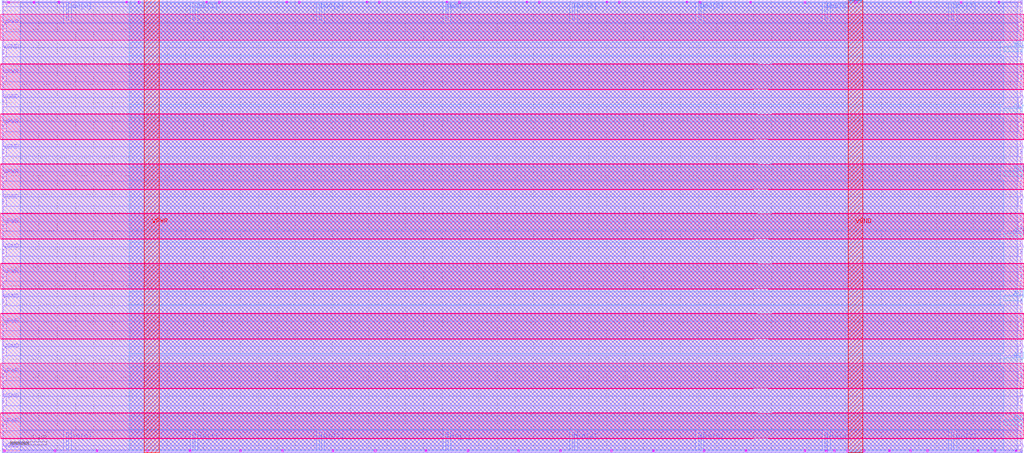
<source format=lef>
VERSION 5.7 ;
  NOWIREEXTENSIONATPIN ON ;
  DIVIDERCHAR "/" ;
  BUSBITCHARS "[]" ;
MACRO RAM16
  CLASS BLOCK ;
  FOREIGN RAM16 ;
  ORIGIN 0.000 0.000 ;
  SIZE 111.320 BY 48.960 ;
  PIN A0[0]
    DIRECTION INPUT ;
    USE SIGNAL ;
    PORT
      LAYER met3 ;
        RECT 109.320 9.560 111.320 10.160 ;
    END
  END A0[0]
  PIN A0[1]
    DIRECTION INPUT ;
    USE SIGNAL ;
    PORT
      LAYER met3 ;
        RECT 109.320 16.360 111.320 16.960 ;
    END
  END A0[1]
  PIN A0[2]
    DIRECTION INPUT ;
    USE SIGNAL ;
    PORT
      LAYER met3 ;
        RECT 109.320 23.160 111.320 23.760 ;
    END
  END A0[2]
  PIN A0[3]
    DIRECTION INPUT ;
    USE SIGNAL ;
    PORT
      LAYER met3 ;
        RECT 109.320 29.960 111.320 30.560 ;
    END
  END A0[3]
  PIN CLK
    DIRECTION INPUT ;
    USE SIGNAL ;
    PORT
      LAYER met3 ;
        RECT 109.320 36.760 111.320 37.360 ;
    END
  END CLK
  PIN Di0[0]
    DIRECTION INPUT ;
    USE SIGNAL ;
    PORT
      LAYER met2 ;
        RECT 6.990 0.000 7.270 2.000 ;
    END
  END Di0[0]
  PIN Di0[1]
    DIRECTION INPUT ;
    USE SIGNAL ;
    PORT
      LAYER met2 ;
        RECT 20.790 0.000 21.070 2.000 ;
    END
  END Di0[1]
  PIN Di0[2]
    DIRECTION INPUT ;
    USE SIGNAL ;
    PORT
      LAYER met2 ;
        RECT 34.590 0.000 34.870 2.000 ;
    END
  END Di0[2]
  PIN Di0[3]
    DIRECTION INPUT ;
    USE SIGNAL ;
    PORT
      LAYER met2 ;
        RECT 48.390 0.000 48.670 2.000 ;
    END
  END Di0[3]
  PIN Di0[4]
    DIRECTION INPUT ;
    USE SIGNAL ;
    PORT
      LAYER met2 ;
        RECT 62.190 0.000 62.470 2.000 ;
    END
  END Di0[4]
  PIN Di0[5]
    DIRECTION INPUT ;
    USE SIGNAL ;
    PORT
      LAYER met2 ;
        RECT 75.990 0.000 76.270 2.000 ;
    END
  END Di0[5]
  PIN Di0[6]
    DIRECTION INPUT ;
    USE SIGNAL ;
    PORT
      LAYER met2 ;
        RECT 89.790 0.000 90.070 2.000 ;
    END
  END Di0[6]
  PIN Di0[7]
    DIRECTION INPUT ;
    USE SIGNAL ;
    PORT
      LAYER met2 ;
        RECT 103.590 0.000 103.870 2.000 ;
    END
  END Di0[7]
  PIN Do0[0]
    DIRECTION OUTPUT ;
    USE SIGNAL ;
    PORT
      LAYER met2 ;
        RECT 6.990 46.960 7.270 48.960 ;
    END
  END Do0[0]
  PIN Do0[1]
    DIRECTION OUTPUT ;
    USE SIGNAL ;
    PORT
      LAYER met2 ;
        RECT 20.790 46.960 21.070 48.960 ;
    END
  END Do0[1]
  PIN Do0[2]
    DIRECTION OUTPUT ;
    USE SIGNAL ;
    PORT
      LAYER met2 ;
        RECT 34.590 46.960 34.870 48.960 ;
    END
  END Do0[2]
  PIN Do0[3]
    DIRECTION OUTPUT ;
    USE SIGNAL ;
    PORT
      LAYER met2 ;
        RECT 48.390 46.960 48.670 48.960 ;
    END
  END Do0[3]
  PIN Do0[4]
    DIRECTION OUTPUT ;
    USE SIGNAL ;
    PORT
      LAYER met2 ;
        RECT 62.190 46.960 62.470 48.960 ;
    END
  END Do0[4]
  PIN Do0[5]
    DIRECTION OUTPUT ;
    USE SIGNAL ;
    PORT
      LAYER met2 ;
        RECT 75.990 46.960 76.270 48.960 ;
    END
  END Do0[5]
  PIN Do0[6]
    DIRECTION OUTPUT ;
    USE SIGNAL ;
    PORT
      LAYER met2 ;
        RECT 89.790 46.960 90.070 48.960 ;
    END
  END Do0[6]
  PIN Do0[7]
    DIRECTION OUTPUT ;
    USE SIGNAL ;
    PORT
      LAYER met2 ;
        RECT 103.590 46.960 103.870 48.960 ;
    END
  END Do0[7]
  PIN EN0
    DIRECTION INPUT ;
    USE SIGNAL ;
    PORT
      LAYER met3 ;
        RECT 109.320 2.760 111.320 3.360 ;
    END
  END EN0
  PIN VGND
    DIRECTION INOUT ;
    USE GROUND ;
    PORT
      LAYER met4 ;
        RECT 92.320 -0.240 93.920 49.200 ;
    END
    PORT
      LAYER met1 ;
        RECT 0.000 -0.240 0.145 0.240 ;
    END
    PORT
      LAYER met1 ;
        RECT 111.175 -0.240 111.320 0.240 ;
    END
    PORT
      LAYER met1 ;
        RECT 0.000 5.200 0.145 5.680 ;
    END
    PORT
      LAYER met1 ;
        RECT 111.175 5.200 111.320 5.680 ;
    END
    PORT
      LAYER met1 ;
        RECT 0.000 10.640 0.145 11.120 ;
    END
    PORT
      LAYER met1 ;
        RECT 111.175 10.640 111.320 11.120 ;
    END
    PORT
      LAYER met1 ;
        RECT 0.000 16.080 0.145 16.560 ;
    END
    PORT
      LAYER met1 ;
        RECT 111.175 16.080 111.320 16.560 ;
    END
    PORT
      LAYER met1 ;
        RECT 0.000 21.520 0.145 22.000 ;
    END
    PORT
      LAYER met1 ;
        RECT 111.175 21.520 111.320 22.000 ;
    END
    PORT
      LAYER met1 ;
        RECT 0.000 26.960 0.145 27.440 ;
    END
    PORT
      LAYER met1 ;
        RECT 111.175 26.960 111.320 27.440 ;
    END
    PORT
      LAYER met1 ;
        RECT 0.000 32.400 0.145 32.880 ;
    END
    PORT
      LAYER met1 ;
        RECT 111.175 32.400 111.320 32.880 ;
    END
    PORT
      LAYER met1 ;
        RECT 0.000 37.840 0.145 38.320 ;
    END
    PORT
      LAYER met1 ;
        RECT 111.175 37.840 111.320 38.320 ;
    END
    PORT
      LAYER met1 ;
        RECT 0.000 43.280 0.145 43.760 ;
    END
    PORT
      LAYER met1 ;
        RECT 111.175 43.280 111.320 43.760 ;
    END
    PORT
      LAYER met1 ;
        RECT 0.000 48.720 0.145 49.200 ;
    END
    PORT
      LAYER met1 ;
        RECT 111.175 48.720 111.320 49.200 ;
    END
  END VGND
  PIN VPWR
    DIRECTION INOUT ;
    USE POWER ;
    PORT
      LAYER met4 ;
        RECT 15.520 -0.240 17.120 49.200 ;
    END
    PORT
      LAYER met1 ;
        RECT 0.000 2.480 0.145 2.960 ;
    END
    PORT
      LAYER met1 ;
        RECT 111.175 2.480 111.320 2.960 ;
    END
    PORT
      LAYER met1 ;
        RECT 0.000 7.920 0.145 8.400 ;
    END
    PORT
      LAYER met1 ;
        RECT 111.175 7.920 111.320 8.400 ;
    END
    PORT
      LAYER met1 ;
        RECT 0.000 13.360 0.145 13.840 ;
    END
    PORT
      LAYER met1 ;
        RECT 111.175 13.360 111.320 13.840 ;
    END
    PORT
      LAYER met1 ;
        RECT 0.000 18.800 0.145 19.280 ;
    END
    PORT
      LAYER met1 ;
        RECT 111.175 18.800 111.320 19.280 ;
    END
    PORT
      LAYER met1 ;
        RECT 0.000 24.240 0.145 24.720 ;
    END
    PORT
      LAYER met1 ;
        RECT 111.175 24.240 111.320 24.720 ;
    END
    PORT
      LAYER met1 ;
        RECT 0.000 29.680 0.145 30.160 ;
    END
    PORT
      LAYER met1 ;
        RECT 111.175 29.680 111.320 30.160 ;
    END
    PORT
      LAYER met1 ;
        RECT 0.000 35.120 0.145 35.600 ;
    END
    PORT
      LAYER met1 ;
        RECT 111.175 35.120 111.320 35.600 ;
    END
    PORT
      LAYER met1 ;
        RECT 0.000 40.560 0.145 41.040 ;
    END
    PORT
      LAYER met1 ;
        RECT 111.175 40.560 111.320 41.040 ;
    END
    PORT
      LAYER met1 ;
        RECT 0.000 46.000 0.145 46.480 ;
    END
    PORT
      LAYER met1 ;
        RECT 111.175 46.000 111.320 46.480 ;
    END
  END VPWR
  PIN WE0
    DIRECTION INPUT ;
    USE SIGNAL ;
    PORT
      LAYER met3 ;
        RECT 109.320 43.560 111.320 44.160 ;
    END
  END WE0
  OBS
      LAYER pwell ;
        RECT 0.605 48.855 0.775 49.045 ;
        RECT 3.365 48.855 3.535 49.045 ;
        RECT 6.125 48.855 6.295 49.045 ;
        RECT 13.485 48.895 13.655 49.045 ;
        RECT 14.865 48.855 15.035 49.045 ;
        RECT 22.225 48.895 22.395 49.045 ;
        RECT 23.605 48.855 23.775 49.045 ;
        RECT 30.965 48.895 31.135 49.045 ;
        RECT 32.345 48.855 32.515 49.045 ;
        RECT 39.705 48.895 39.875 49.045 ;
        RECT 41.085 48.855 41.255 49.045 ;
        RECT 48.445 48.895 48.615 49.045 ;
        RECT 49.825 48.855 49.995 49.045 ;
        RECT 57.185 48.895 57.355 49.045 ;
        RECT 58.565 48.855 58.735 49.045 ;
        RECT 65.925 48.895 66.095 49.045 ;
        RECT 67.305 48.855 67.475 49.045 ;
        RECT 74.665 48.895 74.835 49.045 ;
        RECT 76.045 48.855 76.215 49.045 ;
        RECT 81.565 48.855 81.735 49.045 ;
        RECT 87.545 48.855 87.715 49.045 ;
        RECT 93.065 48.855 93.235 49.045 ;
        RECT 99.045 48.855 99.215 49.045 ;
        RECT 104.565 48.855 104.735 49.045 ;
        RECT 108.705 48.855 108.875 49.045 ;
      LAYER nwell ;
        RECT -0.190 44.825 111.510 47.655 ;
        RECT -0.190 42.165 82.415 42.215 ;
        RECT 84.040 42.165 111.510 42.215 ;
        RECT -0.190 39.435 111.510 42.165 ;
        RECT -0.190 39.385 81.955 39.435 ;
        RECT 83.580 39.385 111.510 39.435 ;
        RECT -0.190 36.725 82.415 36.775 ;
        RECT 84.040 36.725 111.510 36.775 ;
        RECT -0.190 33.995 111.510 36.725 ;
        RECT -0.190 33.945 81.955 33.995 ;
        RECT 83.580 33.945 111.510 33.995 ;
        RECT -0.190 31.285 82.415 31.335 ;
        RECT 84.040 31.285 111.510 31.335 ;
        RECT -0.190 28.555 111.510 31.285 ;
        RECT -0.190 28.505 81.955 28.555 ;
        RECT 83.580 28.505 111.510 28.555 ;
        RECT -0.190 25.845 82.415 25.895 ;
        RECT 84.040 25.845 111.510 25.895 ;
        RECT -0.190 23.115 111.510 25.845 ;
        RECT -0.190 23.065 81.955 23.115 ;
        RECT 83.580 23.065 111.510 23.115 ;
        RECT -0.190 20.405 82.415 20.455 ;
        RECT 84.040 20.405 111.510 20.455 ;
        RECT -0.190 17.675 111.510 20.405 ;
        RECT -0.190 17.625 81.955 17.675 ;
        RECT 83.580 17.625 111.510 17.675 ;
        RECT -0.190 14.965 82.415 15.015 ;
        RECT 84.040 14.965 111.510 15.015 ;
        RECT -0.190 12.235 111.510 14.965 ;
        RECT -0.190 12.185 81.955 12.235 ;
        RECT 83.580 12.185 111.510 12.235 ;
        RECT -0.190 9.525 82.415 9.575 ;
        RECT 84.040 9.525 111.510 9.575 ;
        RECT -0.190 6.795 111.510 9.525 ;
        RECT -0.190 6.745 81.955 6.795 ;
        RECT 83.580 6.745 111.510 6.795 ;
        RECT -0.190 4.085 82.415 4.135 ;
        RECT 84.040 4.085 111.510 4.135 ;
        RECT -0.190 1.355 111.510 4.085 ;
        RECT -0.190 1.305 81.955 1.355 ;
        RECT 83.580 1.305 111.510 1.355 ;
      LAYER pwell ;
        RECT 0.145 -0.085 0.315 0.105 ;
        RECT 5.670 -0.085 5.840 0.105 ;
        RECT 10.265 -0.085 10.435 0.105 ;
        RECT 15.790 -0.085 15.960 0.105 ;
        RECT 20.385 -0.085 20.555 0.105 ;
        RECT 25.910 -0.085 26.080 0.105 ;
        RECT 30.505 -0.085 30.675 0.105 ;
        RECT 36.030 -0.085 36.200 0.105 ;
        RECT 40.625 -0.085 40.795 0.105 ;
        RECT 46.150 -0.085 46.320 0.105 ;
        RECT 50.745 -0.085 50.915 0.105 ;
        RECT 56.270 -0.085 56.440 0.105 ;
        RECT 60.865 -0.085 61.035 0.105 ;
        RECT 66.390 -0.085 66.560 0.105 ;
        RECT 70.985 -0.085 71.155 0.105 ;
        RECT 76.510 -0.085 76.680 0.105 ;
        RECT 81.110 -0.085 81.280 0.105 ;
        RECT 87.545 -0.085 87.715 0.085 ;
        RECT 89.845 -0.085 90.015 0.065 ;
        RECT 90.765 -0.085 90.935 0.085 ;
        RECT 92.145 -0.085 92.315 0.085 ;
        RECT 93.985 -0.085 94.155 0.105 ;
        RECT 96.745 -0.085 96.915 0.105 ;
        RECT 99.045 -0.085 99.215 0.105 ;
        RECT 100.885 -0.085 101.055 0.105 ;
        RECT 106.405 -0.085 106.575 0.105 ;
        RECT 108.245 -0.085 108.415 0.105 ;
        RECT 110.555 -0.050 110.715 0.060 ;
      LAYER li1 ;
        RECT 0.000 48.875 111.320 49.045 ;
      LAYER li1 ;
        RECT 0.000 0.085 111.320 48.875 ;
      LAYER li1 ;
        RECT 0.000 -0.085 111.320 0.085 ;
      LAYER met1 ;
        RECT 0.145 48.875 111.175 49.200 ;
        RECT 0.425 48.440 110.895 48.875 ;
        RECT 0.085 46.760 111.175 48.440 ;
        RECT 0.425 45.720 110.895 46.760 ;
        RECT 0.085 44.040 111.175 45.720 ;
        RECT 0.425 43.000 110.895 44.040 ;
        RECT 0.085 41.320 111.175 43.000 ;
        RECT 0.425 40.280 110.895 41.320 ;
        RECT 0.085 38.600 111.175 40.280 ;
        RECT 0.425 37.560 110.895 38.600 ;
        RECT 0.085 35.880 111.175 37.560 ;
        RECT 0.425 34.840 110.895 35.880 ;
        RECT 0.085 33.160 111.175 34.840 ;
        RECT 0.425 32.120 110.895 33.160 ;
        RECT 0.085 30.440 111.175 32.120 ;
        RECT 0.425 29.400 110.895 30.440 ;
        RECT 0.085 27.720 111.175 29.400 ;
        RECT 0.425 26.680 110.895 27.720 ;
        RECT 0.085 25.000 111.175 26.680 ;
        RECT 0.425 23.960 110.895 25.000 ;
        RECT 0.085 22.280 111.175 23.960 ;
        RECT 0.425 21.240 110.895 22.280 ;
        RECT 0.085 19.560 111.175 21.240 ;
        RECT 0.425 18.520 110.895 19.560 ;
        RECT 0.085 16.840 111.175 18.520 ;
        RECT 0.425 15.800 110.895 16.840 ;
        RECT 0.085 14.120 111.175 15.800 ;
        RECT 0.425 13.080 110.895 14.120 ;
        RECT 0.085 11.400 111.175 13.080 ;
        RECT 0.425 10.360 110.895 11.400 ;
        RECT 0.085 8.680 111.175 10.360 ;
        RECT 0.425 7.640 110.895 8.680 ;
        RECT 0.085 5.960 111.175 7.640 ;
        RECT 0.425 4.920 110.895 5.960 ;
        RECT 0.085 3.240 111.175 4.920 ;
        RECT 0.425 2.200 110.895 3.240 ;
        RECT 0.085 0.520 111.175 2.200 ;
        RECT 0.425 0.085 110.895 0.520 ;
        RECT 0.145 -0.240 111.175 0.085 ;
      LAYER met2 ;
        RECT 92.350 48.960 93.890 49.145 ;
        RECT 1.940 46.680 6.710 48.960 ;
        RECT 7.550 46.680 20.510 48.960 ;
        RECT 21.350 46.680 34.310 48.960 ;
        RECT 35.150 46.680 48.110 48.960 ;
        RECT 48.950 46.680 61.910 48.960 ;
        RECT 62.750 46.680 75.710 48.960 ;
        RECT 76.550 46.680 89.510 48.960 ;
        RECT 90.350 46.680 103.310 48.960 ;
        RECT 104.150 46.680 110.760 48.960 ;
        RECT 1.940 2.280 110.760 46.680 ;
        RECT 1.940 0.000 6.710 2.280 ;
        RECT 7.550 0.000 20.510 2.280 ;
        RECT 21.350 0.000 34.310 2.280 ;
        RECT 35.150 0.000 48.110 2.280 ;
        RECT 48.950 0.000 61.910 2.280 ;
        RECT 62.750 0.000 75.710 2.280 ;
        RECT 76.550 0.000 89.510 2.280 ;
        RECT 90.350 0.000 103.310 2.280 ;
        RECT 104.150 0.000 110.760 2.280 ;
        RECT 92.350 -0.185 93.890 0.000 ;
      LAYER met3 ;
        RECT 92.330 48.960 93.910 49.125 ;
        RECT 13.865 44.560 109.320 48.960 ;
        RECT 13.865 43.160 108.920 44.560 ;
        RECT 13.865 37.760 109.320 43.160 ;
        RECT 13.865 36.360 108.920 37.760 ;
        RECT 13.865 30.960 109.320 36.360 ;
        RECT 13.865 29.560 108.920 30.960 ;
        RECT 13.865 24.160 109.320 29.560 ;
        RECT 13.865 22.760 108.920 24.160 ;
        RECT 13.865 17.360 109.320 22.760 ;
        RECT 13.865 15.960 108.920 17.360 ;
        RECT 13.865 10.560 109.320 15.960 ;
        RECT 13.865 9.160 108.920 10.560 ;
        RECT 13.865 3.760 109.320 9.160 ;
        RECT 13.865 2.360 108.920 3.760 ;
        RECT 13.865 0.000 109.320 2.360 ;
        RECT 92.330 -0.165 93.910 0.000 ;
  END
END RAM16
END LIBRARY


</source>
